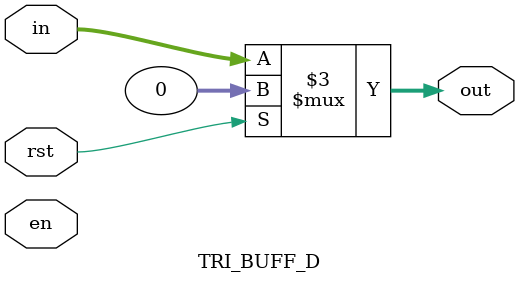
<source format=v>
module TRI_BUFF_D(out, en, in,rst);
input en,rst;
input [31:0] in;
output reg [31:0] out;

always @(*)
  if(rst)
    begin
        out = 32'b0;
    end
    else
    out = in;
endmodule
</source>
